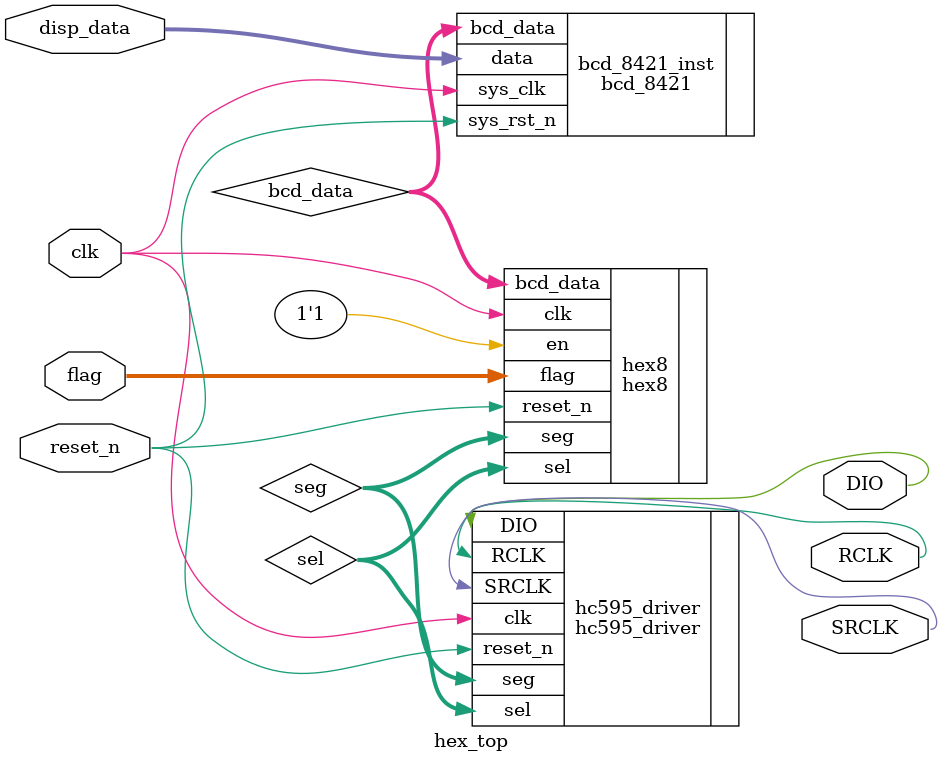
<source format=v>

module hex_top(
	input wire clk,//50M
	input wire reset_n,
	input wire [19:0] disp_data,
	input wire [2:0] flag,
	
	output wire RCLK,
	output wire SRCLK,
	output wire DIO
);
	wire [7:0] sel;//数码管位选（选择当前要显示的数码管）
	wire [7:0] seg;//数码管段选（当前要显示的内容)
	wire          [23:0]          bcd_data;
	
	hc595_driver hc595_driver(
		.clk(clk),
		.reset_n(reset_n),
		.sel(sel),
		.seg(seg),
		
		
		.RCLK(RCLK),
		.SRCLK(SRCLK),
		.DIO(DIO)
	);
	
	hex8 hex8(
		.clk(clk),
		.reset_n(reset_n),
		.en(1'b1),
		.bcd_data(bcd_data),
		.flag (flag),
		
		.sel(sel),
		.seg(seg)
	);
	
	bcd_8421 bcd_8421_inst
(
.sys_clk                    (clk),//系统时钟，频率50MHz
.sys_rst_n                  (reset_n),//复位信号，低电平有效
.data                       (disp_data),//输入需要转换的数据

.bcd_data                   (bcd_data)
 );
   	
endmodule

</source>
